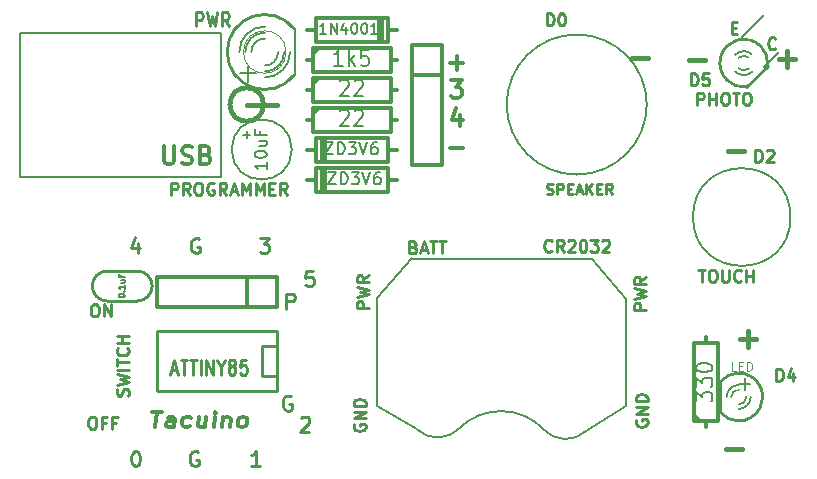
<source format=gto>
G04 (created by PCBNEW (2013-07-07 BZR 4022)-stable) date 2/1/2015 8:32:49 PM*
%MOIN*%
G04 Gerber Fmt 3.4, Leading zero omitted, Abs format*
%FSLAX34Y34*%
G01*
G70*
G90*
G04 APERTURE LIST*
%ADD10C,0.00590551*%
%ADD11C,0.01*%
%ADD12C,0.011811*%
%ADD13C,0.0175*%
%ADD14C,0.00787402*%
%ADD15C,0.012*%
%ADD16C,0.008*%
%ADD17C,0.005*%
%ADD18C,0.006*%
%ADD19C,0.015*%
%ADD20C,0.003*%
%ADD21C,0.00875*%
%ADD22C,0.007*%
%ADD23C,0.0075*%
%ADD24C,0.0035*%
G04 APERTURE END LIST*
G54D10*
G54D11*
X43542Y-53450D02*
X43561Y-53392D01*
X43561Y-53297D01*
X43542Y-53259D01*
X43523Y-53240D01*
X43485Y-53221D01*
X43447Y-53221D01*
X43409Y-53240D01*
X43390Y-53259D01*
X43371Y-53297D01*
X43352Y-53373D01*
X43333Y-53411D01*
X43314Y-53430D01*
X43276Y-53450D01*
X43238Y-53450D01*
X43200Y-53430D01*
X43180Y-53411D01*
X43161Y-53373D01*
X43161Y-53278D01*
X43180Y-53221D01*
X43161Y-53088D02*
X43561Y-52992D01*
X43276Y-52916D01*
X43561Y-52840D01*
X43161Y-52745D01*
X43561Y-52592D02*
X43161Y-52592D01*
X43161Y-52459D02*
X43161Y-52230D01*
X43561Y-52345D02*
X43161Y-52345D01*
X43523Y-51869D02*
X43542Y-51888D01*
X43561Y-51945D01*
X43561Y-51983D01*
X43542Y-52040D01*
X43504Y-52078D01*
X43466Y-52097D01*
X43390Y-52116D01*
X43333Y-52116D01*
X43257Y-52097D01*
X43219Y-52078D01*
X43180Y-52040D01*
X43161Y-51983D01*
X43161Y-51945D01*
X43180Y-51888D01*
X43200Y-51869D01*
X43561Y-51697D02*
X43161Y-51697D01*
X43352Y-51697D02*
X43352Y-51469D01*
X43561Y-51469D02*
X43161Y-51469D01*
X42319Y-54161D02*
X42395Y-54161D01*
X42433Y-54180D01*
X42471Y-54219D01*
X42490Y-54295D01*
X42490Y-54428D01*
X42471Y-54504D01*
X42433Y-54542D01*
X42395Y-54561D01*
X42319Y-54561D01*
X42280Y-54542D01*
X42242Y-54504D01*
X42223Y-54428D01*
X42223Y-54295D01*
X42242Y-54219D01*
X42280Y-54180D01*
X42319Y-54161D01*
X42795Y-54352D02*
X42661Y-54352D01*
X42661Y-54561D02*
X42661Y-54161D01*
X42852Y-54161D01*
X43138Y-54352D02*
X43004Y-54352D01*
X43004Y-54561D02*
X43004Y-54161D01*
X43195Y-54161D01*
G54D12*
X44350Y-54002D02*
X44687Y-54002D01*
X44456Y-54502D02*
X44519Y-54002D01*
X45075Y-54502D02*
X45108Y-54240D01*
X45085Y-54192D01*
X45032Y-54169D01*
X44920Y-54169D01*
X44860Y-54192D01*
X45078Y-54478D02*
X45019Y-54502D01*
X44878Y-54502D01*
X44825Y-54478D01*
X44803Y-54430D01*
X44809Y-54383D01*
X44843Y-54335D01*
X44902Y-54311D01*
X45042Y-54311D01*
X45102Y-54288D01*
X45612Y-54478D02*
X45553Y-54502D01*
X45440Y-54502D01*
X45387Y-54478D01*
X45362Y-54454D01*
X45340Y-54407D01*
X45358Y-54264D01*
X45392Y-54216D01*
X45423Y-54192D01*
X45482Y-54169D01*
X45595Y-54169D01*
X45648Y-54192D01*
X46157Y-54169D02*
X46115Y-54502D01*
X45904Y-54169D02*
X45871Y-54430D01*
X45893Y-54478D01*
X45947Y-54502D01*
X46031Y-54502D01*
X46090Y-54478D01*
X46121Y-54454D01*
X46397Y-54502D02*
X46438Y-54169D01*
X46459Y-54002D02*
X46428Y-54026D01*
X46453Y-54050D01*
X46484Y-54026D01*
X46459Y-54002D01*
X46453Y-54050D01*
X46719Y-54169D02*
X46678Y-54502D01*
X46714Y-54216D02*
X46745Y-54192D01*
X46804Y-54169D01*
X46888Y-54169D01*
X46941Y-54192D01*
X46964Y-54240D01*
X46931Y-54502D01*
X47296Y-54502D02*
X47243Y-54478D01*
X47218Y-54454D01*
X47196Y-54407D01*
X47214Y-54264D01*
X47248Y-54216D01*
X47279Y-54192D01*
X47338Y-54169D01*
X47423Y-54169D01*
X47476Y-54192D01*
X47501Y-54216D01*
X47523Y-54264D01*
X47505Y-54407D01*
X47471Y-54454D01*
X47440Y-54478D01*
X47381Y-54502D01*
X47296Y-54502D01*
G54D13*
X64066Y-45316D02*
X63533Y-45316D01*
X60866Y-42216D02*
X60333Y-42216D01*
G54D11*
X57661Y-48623D02*
X57642Y-48642D01*
X57585Y-48661D01*
X57547Y-48661D01*
X57490Y-48642D01*
X57452Y-48604D01*
X57433Y-48566D01*
X57414Y-48490D01*
X57414Y-48433D01*
X57433Y-48357D01*
X57452Y-48319D01*
X57490Y-48280D01*
X57547Y-48261D01*
X57585Y-48261D01*
X57642Y-48280D01*
X57661Y-48300D01*
X58061Y-48661D02*
X57928Y-48471D01*
X57833Y-48661D02*
X57833Y-48261D01*
X57985Y-48261D01*
X58023Y-48280D01*
X58042Y-48300D01*
X58061Y-48338D01*
X58061Y-48395D01*
X58042Y-48433D01*
X58023Y-48452D01*
X57985Y-48471D01*
X57833Y-48471D01*
X58214Y-48300D02*
X58233Y-48280D01*
X58271Y-48261D01*
X58366Y-48261D01*
X58404Y-48280D01*
X58423Y-48300D01*
X58442Y-48338D01*
X58442Y-48376D01*
X58423Y-48433D01*
X58195Y-48661D01*
X58442Y-48661D01*
X58690Y-48261D02*
X58728Y-48261D01*
X58766Y-48280D01*
X58785Y-48300D01*
X58804Y-48338D01*
X58823Y-48414D01*
X58823Y-48509D01*
X58804Y-48585D01*
X58785Y-48623D01*
X58766Y-48642D01*
X58728Y-48661D01*
X58690Y-48661D01*
X58652Y-48642D01*
X58633Y-48623D01*
X58614Y-48585D01*
X58595Y-48509D01*
X58595Y-48414D01*
X58614Y-48338D01*
X58633Y-48300D01*
X58652Y-48280D01*
X58690Y-48261D01*
X58957Y-48261D02*
X59204Y-48261D01*
X59071Y-48414D01*
X59128Y-48414D01*
X59166Y-48433D01*
X59185Y-48452D01*
X59204Y-48490D01*
X59204Y-48585D01*
X59185Y-48623D01*
X59166Y-48642D01*
X59128Y-48661D01*
X59014Y-48661D01*
X58976Y-48642D01*
X58957Y-48623D01*
X59357Y-48300D02*
X59376Y-48280D01*
X59414Y-48261D01*
X59509Y-48261D01*
X59547Y-48280D01*
X59566Y-48300D01*
X59585Y-48338D01*
X59585Y-48376D01*
X59566Y-48433D01*
X59338Y-48661D01*
X59585Y-48661D01*
G54D13*
X65766Y-42233D02*
X65233Y-42233D01*
X65499Y-41966D02*
X65499Y-42500D01*
X62766Y-42266D02*
X62233Y-42266D01*
G54D11*
X65154Y-52961D02*
X65154Y-52561D01*
X65250Y-52561D01*
X65307Y-52580D01*
X65345Y-52619D01*
X65364Y-52657D01*
X65383Y-52733D01*
X65383Y-52790D01*
X65364Y-52866D01*
X65345Y-52904D01*
X65307Y-52942D01*
X65250Y-52961D01*
X65154Y-52961D01*
X65726Y-52695D02*
X65726Y-52961D01*
X65630Y-52542D02*
X65535Y-52828D01*
X65783Y-52828D01*
X64454Y-45661D02*
X64454Y-45261D01*
X64550Y-45261D01*
X64607Y-45280D01*
X64645Y-45319D01*
X64664Y-45357D01*
X64683Y-45433D01*
X64683Y-45490D01*
X64664Y-45566D01*
X64645Y-45604D01*
X64607Y-45642D01*
X64550Y-45661D01*
X64454Y-45661D01*
X64835Y-45300D02*
X64854Y-45280D01*
X64892Y-45261D01*
X64988Y-45261D01*
X65026Y-45280D01*
X65045Y-45300D01*
X65064Y-45338D01*
X65064Y-45376D01*
X65045Y-45433D01*
X64816Y-45661D01*
X65064Y-45661D01*
X62304Y-43111D02*
X62304Y-42711D01*
X62400Y-42711D01*
X62457Y-42730D01*
X62495Y-42769D01*
X62514Y-42807D01*
X62533Y-42883D01*
X62533Y-42940D01*
X62514Y-43016D01*
X62495Y-43054D01*
X62457Y-43092D01*
X62400Y-43111D01*
X62304Y-43111D01*
X62895Y-42711D02*
X62704Y-42711D01*
X62685Y-42902D01*
X62704Y-42883D01*
X62742Y-42864D01*
X62838Y-42864D01*
X62876Y-42883D01*
X62895Y-42902D01*
X62914Y-42940D01*
X62914Y-43035D01*
X62895Y-43073D01*
X62876Y-43092D01*
X62838Y-43111D01*
X62742Y-43111D01*
X62704Y-43092D01*
X62685Y-43073D01*
X57504Y-41111D02*
X57504Y-40711D01*
X57600Y-40711D01*
X57657Y-40730D01*
X57695Y-40769D01*
X57714Y-40807D01*
X57733Y-40883D01*
X57733Y-40940D01*
X57714Y-41016D01*
X57695Y-41054D01*
X57657Y-41092D01*
X57600Y-41111D01*
X57504Y-41111D01*
X57980Y-40711D02*
X58019Y-40711D01*
X58057Y-40730D01*
X58076Y-40750D01*
X58095Y-40788D01*
X58114Y-40864D01*
X58114Y-40959D01*
X58095Y-41035D01*
X58076Y-41073D01*
X58057Y-41092D01*
X58019Y-41111D01*
X57980Y-41111D01*
X57942Y-41092D01*
X57923Y-41073D01*
X57904Y-41035D01*
X57885Y-40959D01*
X57885Y-40864D01*
X57904Y-40788D01*
X57923Y-40750D01*
X57942Y-40730D01*
X57980Y-40711D01*
X45809Y-41134D02*
X45809Y-40679D01*
X45963Y-40679D01*
X46002Y-40700D01*
X46021Y-40722D01*
X46041Y-40765D01*
X46041Y-40830D01*
X46021Y-40874D01*
X46002Y-40895D01*
X45963Y-40917D01*
X45809Y-40917D01*
X46176Y-40679D02*
X46272Y-41134D01*
X46350Y-40809D01*
X46427Y-41134D01*
X46523Y-40679D01*
X46909Y-41134D02*
X46774Y-40917D01*
X46678Y-41134D02*
X46678Y-40679D01*
X46832Y-40679D01*
X46871Y-40700D01*
X46890Y-40722D01*
X46909Y-40765D01*
X46909Y-40830D01*
X46890Y-40874D01*
X46871Y-40895D01*
X46832Y-40917D01*
X46678Y-40917D01*
X53052Y-48502D02*
X53109Y-48521D01*
X53128Y-48540D01*
X53147Y-48578D01*
X53147Y-48635D01*
X53128Y-48673D01*
X53109Y-48692D01*
X53071Y-48711D01*
X52919Y-48711D01*
X52919Y-48311D01*
X53052Y-48311D01*
X53090Y-48330D01*
X53109Y-48350D01*
X53128Y-48388D01*
X53128Y-48426D01*
X53109Y-48464D01*
X53090Y-48483D01*
X53052Y-48502D01*
X52919Y-48502D01*
X53300Y-48597D02*
X53490Y-48597D01*
X53261Y-48711D02*
X53395Y-48311D01*
X53528Y-48711D01*
X53604Y-48311D02*
X53833Y-48311D01*
X53719Y-48711D02*
X53719Y-48311D01*
X53909Y-48311D02*
X54138Y-48311D01*
X54023Y-48711D02*
X54023Y-48311D01*
X62514Y-43761D02*
X62514Y-43361D01*
X62666Y-43361D01*
X62704Y-43380D01*
X62723Y-43400D01*
X62742Y-43438D01*
X62742Y-43495D01*
X62723Y-43533D01*
X62704Y-43552D01*
X62666Y-43571D01*
X62514Y-43571D01*
X62914Y-43761D02*
X62914Y-43361D01*
X62914Y-43552D02*
X63142Y-43552D01*
X63142Y-43761D02*
X63142Y-43361D01*
X63409Y-43361D02*
X63485Y-43361D01*
X63523Y-43380D01*
X63561Y-43419D01*
X63580Y-43495D01*
X63580Y-43628D01*
X63561Y-43704D01*
X63523Y-43742D01*
X63485Y-43761D01*
X63409Y-43761D01*
X63371Y-43742D01*
X63333Y-43704D01*
X63314Y-43628D01*
X63314Y-43495D01*
X63333Y-43419D01*
X63371Y-43380D01*
X63409Y-43361D01*
X63695Y-43361D02*
X63923Y-43361D01*
X63809Y-43761D02*
X63809Y-43361D01*
X64133Y-43361D02*
X64209Y-43361D01*
X64247Y-43380D01*
X64285Y-43419D01*
X64304Y-43495D01*
X64304Y-43628D01*
X64285Y-43704D01*
X64247Y-43742D01*
X64209Y-43761D01*
X64133Y-43761D01*
X64095Y-43742D01*
X64057Y-43704D01*
X64038Y-43628D01*
X64038Y-43495D01*
X64057Y-43419D01*
X64095Y-43380D01*
X64133Y-43361D01*
G54D14*
X64750Y-42500D02*
X65250Y-42000D01*
X64000Y-41500D02*
X64750Y-40750D01*
G54D13*
X64016Y-55233D02*
X63483Y-55233D01*
X64466Y-51566D02*
X63933Y-51566D01*
X64199Y-51833D02*
X64199Y-51300D01*
G54D11*
X44976Y-46761D02*
X44976Y-46361D01*
X45128Y-46361D01*
X45166Y-46380D01*
X45185Y-46400D01*
X45204Y-46438D01*
X45204Y-46495D01*
X45185Y-46533D01*
X45166Y-46552D01*
X45128Y-46571D01*
X44976Y-46571D01*
X45604Y-46761D02*
X45471Y-46571D01*
X45376Y-46761D02*
X45376Y-46361D01*
X45528Y-46361D01*
X45566Y-46380D01*
X45585Y-46400D01*
X45604Y-46438D01*
X45604Y-46495D01*
X45585Y-46533D01*
X45566Y-46552D01*
X45528Y-46571D01*
X45376Y-46571D01*
X45852Y-46361D02*
X45928Y-46361D01*
X45966Y-46380D01*
X46004Y-46419D01*
X46023Y-46495D01*
X46023Y-46628D01*
X46004Y-46704D01*
X45966Y-46742D01*
X45928Y-46761D01*
X45852Y-46761D01*
X45814Y-46742D01*
X45776Y-46704D01*
X45757Y-46628D01*
X45757Y-46495D01*
X45776Y-46419D01*
X45814Y-46380D01*
X45852Y-46361D01*
X46404Y-46380D02*
X46366Y-46361D01*
X46309Y-46361D01*
X46252Y-46380D01*
X46214Y-46419D01*
X46195Y-46457D01*
X46176Y-46533D01*
X46176Y-46590D01*
X46195Y-46666D01*
X46214Y-46704D01*
X46252Y-46742D01*
X46309Y-46761D01*
X46347Y-46761D01*
X46404Y-46742D01*
X46423Y-46723D01*
X46423Y-46590D01*
X46347Y-46590D01*
X46823Y-46761D02*
X46690Y-46571D01*
X46595Y-46761D02*
X46595Y-46361D01*
X46747Y-46361D01*
X46785Y-46380D01*
X46804Y-46400D01*
X46823Y-46438D01*
X46823Y-46495D01*
X46804Y-46533D01*
X46785Y-46552D01*
X46747Y-46571D01*
X46595Y-46571D01*
X46976Y-46647D02*
X47166Y-46647D01*
X46938Y-46761D02*
X47071Y-46361D01*
X47204Y-46761D01*
X47338Y-46761D02*
X47338Y-46361D01*
X47471Y-46647D01*
X47604Y-46361D01*
X47604Y-46761D01*
X47795Y-46761D02*
X47795Y-46361D01*
X47928Y-46647D01*
X48061Y-46361D01*
X48061Y-46761D01*
X48252Y-46552D02*
X48385Y-46552D01*
X48442Y-46761D02*
X48252Y-46761D01*
X48252Y-46361D01*
X48442Y-46361D01*
X48842Y-46761D02*
X48709Y-46571D01*
X48614Y-46761D02*
X48614Y-46361D01*
X48766Y-46361D01*
X48804Y-46380D01*
X48823Y-46400D01*
X48842Y-46438D01*
X48842Y-46495D01*
X48823Y-46533D01*
X48804Y-46552D01*
X48766Y-46571D01*
X48614Y-46571D01*
G54D12*
X54275Y-42364D02*
X54724Y-42364D01*
X54500Y-42589D02*
X54500Y-42139D01*
X54303Y-42943D02*
X54668Y-42943D01*
X54471Y-43168D01*
X54556Y-43168D01*
X54612Y-43196D01*
X54640Y-43224D01*
X54668Y-43280D01*
X54668Y-43421D01*
X54640Y-43477D01*
X54612Y-43505D01*
X54556Y-43533D01*
X54387Y-43533D01*
X54331Y-43505D01*
X54303Y-43477D01*
X54612Y-44085D02*
X54612Y-44478D01*
X54471Y-43860D02*
X54331Y-44281D01*
X54696Y-44281D01*
X54275Y-45198D02*
X54724Y-45198D01*
G54D11*
X63664Y-41202D02*
X63797Y-41202D01*
X63854Y-41411D02*
X63664Y-41411D01*
X63664Y-41011D01*
X63854Y-41011D01*
X65123Y-41873D02*
X65104Y-41892D01*
X65047Y-41911D01*
X65009Y-41911D01*
X64952Y-41892D01*
X64914Y-41854D01*
X64895Y-41816D01*
X64876Y-41740D01*
X64876Y-41683D01*
X64895Y-41607D01*
X64914Y-41569D01*
X64952Y-41530D01*
X65009Y-41511D01*
X65047Y-41511D01*
X65104Y-41530D01*
X65123Y-41550D01*
G54D15*
X52500Y-41250D02*
X52200Y-41250D01*
X52200Y-41250D02*
X52200Y-40850D01*
X52200Y-40850D02*
X49800Y-40850D01*
X49800Y-40850D02*
X49800Y-41250D01*
X49800Y-41250D02*
X49500Y-41250D01*
X49800Y-41250D02*
X49800Y-41650D01*
X49800Y-41650D02*
X52200Y-41650D01*
X52200Y-41650D02*
X52200Y-41250D01*
X52000Y-40850D02*
X52000Y-41650D01*
X51900Y-41650D02*
X51900Y-40850D01*
X48500Y-50500D02*
X48500Y-50500D01*
X48500Y-49500D02*
X48500Y-50500D01*
X48500Y-50500D02*
X48500Y-50500D01*
X48500Y-50500D02*
X44500Y-50500D01*
X44500Y-50500D02*
X44500Y-49500D01*
X44500Y-49500D02*
X48500Y-49500D01*
X47500Y-49500D02*
X47500Y-50500D01*
X54000Y-41750D02*
X54000Y-41750D01*
X53000Y-41750D02*
X54000Y-41750D01*
X54000Y-41750D02*
X54000Y-41750D01*
X54000Y-41750D02*
X54000Y-45750D01*
X54000Y-45750D02*
X53000Y-45750D01*
X53000Y-45750D02*
X53000Y-41750D01*
X53000Y-42750D02*
X54000Y-42750D01*
G54D11*
X42850Y-49300D02*
X43850Y-49300D01*
X42850Y-50300D02*
X43850Y-50300D01*
X42350Y-49800D02*
G75*
G03X42850Y-50300I500J0D01*
G74*
G01*
X42850Y-49300D02*
G75*
G03X42350Y-49800I0J-500D01*
G74*
G01*
X43850Y-50300D02*
G75*
G03X44350Y-49800I0J500D01*
G74*
G01*
X44350Y-49800D02*
G75*
G03X43850Y-49300I-500J0D01*
G74*
G01*
G54D16*
X65627Y-47500D02*
G75*
G03X65627Y-47500I-1627J0D01*
G74*
G01*
G54D10*
X60834Y-43750D02*
G75*
G03X60834Y-43750I-2334J0D01*
G74*
G01*
G54D17*
X39950Y-41350D02*
X39950Y-46150D01*
X39950Y-46150D02*
X46650Y-46150D01*
X46650Y-46150D02*
X46650Y-41350D01*
X46650Y-41350D02*
X39950Y-41350D01*
G54D11*
X48500Y-52800D02*
X48000Y-52800D01*
X48000Y-52800D02*
X48000Y-51800D01*
X48000Y-51800D02*
X48500Y-51800D01*
X48500Y-53300D02*
X44500Y-53300D01*
X44500Y-53300D02*
X44500Y-51300D01*
X44500Y-51300D02*
X48500Y-51300D01*
X48500Y-51300D02*
X48500Y-53300D01*
G54D15*
X49500Y-46250D02*
X49800Y-46250D01*
X49800Y-46250D02*
X49800Y-46650D01*
X49800Y-46650D02*
X52200Y-46650D01*
X52200Y-46650D02*
X52200Y-46250D01*
X52200Y-46250D02*
X52500Y-46250D01*
X52200Y-46250D02*
X52200Y-45850D01*
X52200Y-45850D02*
X49800Y-45850D01*
X49800Y-45850D02*
X49800Y-46250D01*
X50000Y-46650D02*
X50000Y-45850D01*
X50100Y-45850D02*
X50100Y-46650D01*
X49500Y-42250D02*
X49700Y-42250D01*
X52500Y-42250D02*
X52300Y-42250D01*
X52300Y-42250D02*
X52300Y-41850D01*
X52300Y-41850D02*
X49700Y-41850D01*
X49700Y-41850D02*
X49700Y-42650D01*
X49700Y-42650D02*
X52300Y-42650D01*
X52300Y-42650D02*
X52300Y-42250D01*
X49700Y-42050D02*
X49900Y-41850D01*
X49500Y-44250D02*
X49700Y-44250D01*
X52500Y-44250D02*
X52300Y-44250D01*
X52300Y-44250D02*
X52300Y-43850D01*
X52300Y-43850D02*
X49700Y-43850D01*
X49700Y-43850D02*
X49700Y-44650D01*
X49700Y-44650D02*
X52300Y-44650D01*
X52300Y-44650D02*
X52300Y-44250D01*
X49700Y-44050D02*
X49900Y-43850D01*
X49500Y-43250D02*
X49700Y-43250D01*
X52500Y-43250D02*
X52300Y-43250D01*
X52300Y-43250D02*
X52300Y-42850D01*
X52300Y-42850D02*
X49700Y-42850D01*
X49700Y-42850D02*
X49700Y-43650D01*
X49700Y-43650D02*
X52300Y-43650D01*
X52300Y-43650D02*
X52300Y-43250D01*
X49700Y-43050D02*
X49900Y-42850D01*
X62800Y-54500D02*
X62800Y-54300D01*
X62800Y-51500D02*
X62800Y-51700D01*
X62800Y-51700D02*
X62400Y-51700D01*
X62400Y-51700D02*
X62400Y-54300D01*
X62400Y-54300D02*
X63200Y-54300D01*
X63200Y-54300D02*
X63200Y-51700D01*
X63200Y-51700D02*
X62800Y-51700D01*
X62600Y-54300D02*
X62400Y-54100D01*
G54D17*
X49001Y-45250D02*
G75*
G03X49001Y-45250I-1001J0D01*
G74*
G01*
G54D10*
X53175Y-54575D02*
X51850Y-53800D01*
X58825Y-54625D02*
X60150Y-53800D01*
X53165Y-54575D02*
G75*
G03X54615Y-54524I699J750D01*
G74*
G01*
X57379Y-54574D02*
G75*
G03X58829Y-54625I750J699D01*
G74*
G01*
X57399Y-54574D02*
G75*
G03X54599Y-54525I-1424J-1375D01*
G74*
G01*
X59000Y-48900D02*
X60150Y-50225D01*
X51850Y-50200D02*
X53025Y-48875D01*
X53000Y-48900D02*
X59000Y-48900D01*
X51850Y-53800D02*
X51850Y-50200D01*
X60150Y-53800D02*
X60150Y-50200D01*
G54D11*
X64155Y-43162D02*
X64862Y-42455D01*
G54D18*
X64247Y-42193D02*
G75*
G03X63893Y-42193I-176J-176D01*
G74*
G01*
X64353Y-42087D02*
G75*
G03X63787Y-42087I-282J-282D01*
G74*
G01*
X63893Y-42547D02*
G75*
G03X64247Y-42547I176J176D01*
G74*
G01*
X63787Y-42653D02*
G75*
G03X64353Y-42653I282J282D01*
G74*
G01*
G54D11*
X64867Y-42441D02*
G75*
G03X64636Y-41805I-796J71D01*
G74*
G01*
X64635Y-41805D02*
G75*
G03X63838Y-41606I-564J-564D01*
G74*
G01*
X63506Y-42936D02*
G75*
G03X64137Y-43166I563J565D01*
G74*
G01*
X63298Y-42160D02*
G75*
G03X63505Y-42936I772J-209D01*
G74*
G01*
X63840Y-41604D02*
G75*
G03X63505Y-41805I229J-766D01*
G74*
G01*
X63505Y-41805D02*
G75*
G03X63292Y-42185I565J-565D01*
G74*
G01*
G54D15*
X49500Y-45250D02*
X49800Y-45250D01*
X49800Y-45250D02*
X49800Y-45650D01*
X49800Y-45650D02*
X52200Y-45650D01*
X52200Y-45650D02*
X52200Y-45250D01*
X52200Y-45250D02*
X52500Y-45250D01*
X52200Y-45250D02*
X52200Y-44850D01*
X52200Y-44850D02*
X49800Y-44850D01*
X49800Y-44850D02*
X49800Y-45250D01*
X50000Y-45650D02*
X50000Y-44850D01*
X50100Y-44850D02*
X50100Y-45650D01*
G54D19*
X47500Y-43750D02*
X48500Y-43750D01*
X48059Y-43750D02*
G75*
G03X48059Y-43750I-559J0D01*
G74*
G01*
G54D16*
X49120Y-42750D02*
X49120Y-41250D01*
G54D20*
X48807Y-42000D02*
G75*
G03X48807Y-42000I-707J0D01*
G74*
G01*
G54D11*
X49099Y-41249D02*
G75*
G03X49099Y-42750I-999J-750D01*
G74*
G01*
G54D18*
X48100Y-41550D02*
G75*
G03X47650Y-42000I0J-450D01*
G74*
G01*
X48100Y-42450D02*
G75*
G03X48550Y-42000I0J450D01*
G74*
G01*
X48100Y-41350D02*
G75*
G03X47450Y-42000I0J-650D01*
G74*
G01*
X48100Y-42650D02*
G75*
G03X48750Y-42000I0J650D01*
G74*
G01*
X48100Y-41150D02*
G75*
G03X47250Y-42000I0J-850D01*
G74*
G01*
X48100Y-42850D02*
G75*
G03X48950Y-42000I0J850D01*
G74*
G01*
G54D11*
X63280Y-53000D02*
X63280Y-54000D01*
G54D18*
X63900Y-53750D02*
G75*
G03X64150Y-53500I0J250D01*
G74*
G01*
X63900Y-53900D02*
G75*
G03X64300Y-53500I0J400D01*
G74*
G01*
X63900Y-53250D02*
G75*
G03X63650Y-53500I0J-250D01*
G74*
G01*
X63900Y-53100D02*
G75*
G03X63500Y-53500I0J-400D01*
G74*
G01*
G54D11*
X63286Y-54013D02*
G75*
G03X63900Y-54300I613J513D01*
G74*
G01*
X63900Y-54299D02*
G75*
G03X64604Y-53876I0J799D01*
G74*
G01*
X63898Y-52701D02*
G75*
G03X63289Y-52984I1J-798D01*
G74*
G01*
X64594Y-53102D02*
G75*
G03X63900Y-52700I-694J-397D01*
G74*
G01*
X64604Y-53879D02*
G75*
G03X64700Y-53500I-704J379D01*
G74*
G01*
X64699Y-53500D02*
G75*
G03X64581Y-53081I-799J0D01*
G74*
G01*
G54D16*
X50149Y-41391D02*
X49949Y-41391D01*
X50049Y-41391D02*
X50049Y-41041D01*
X50016Y-41091D01*
X49983Y-41125D01*
X49949Y-41141D01*
X50300Y-41391D02*
X50300Y-41041D01*
X50500Y-41391D01*
X50500Y-41041D01*
X50816Y-41158D02*
X50816Y-41391D01*
X50733Y-41025D02*
X50649Y-41275D01*
X50866Y-41275D01*
X51066Y-41041D02*
X51100Y-41041D01*
X51133Y-41058D01*
X51150Y-41075D01*
X51166Y-41108D01*
X51183Y-41175D01*
X51183Y-41258D01*
X51166Y-41325D01*
X51150Y-41358D01*
X51133Y-41375D01*
X51100Y-41391D01*
X51066Y-41391D01*
X51033Y-41375D01*
X51016Y-41358D01*
X51000Y-41325D01*
X50983Y-41258D01*
X50983Y-41175D01*
X51000Y-41108D01*
X51016Y-41075D01*
X51033Y-41058D01*
X51066Y-41041D01*
X51400Y-41041D02*
X51433Y-41041D01*
X51466Y-41058D01*
X51483Y-41075D01*
X51500Y-41108D01*
X51516Y-41175D01*
X51516Y-41258D01*
X51500Y-41325D01*
X51483Y-41358D01*
X51466Y-41375D01*
X51433Y-41391D01*
X51400Y-41391D01*
X51366Y-41375D01*
X51350Y-41358D01*
X51333Y-41325D01*
X51316Y-41258D01*
X51316Y-41175D01*
X51333Y-41108D01*
X51350Y-41075D01*
X51366Y-41058D01*
X51400Y-41041D01*
X51850Y-41391D02*
X51650Y-41391D01*
X51750Y-41391D02*
X51750Y-41041D01*
X51716Y-41091D01*
X51683Y-41125D01*
X51650Y-41141D01*
G54D11*
X42402Y-50411D02*
X42478Y-50411D01*
X42516Y-50430D01*
X42554Y-50469D01*
X42573Y-50545D01*
X42573Y-50678D01*
X42554Y-50754D01*
X42516Y-50792D01*
X42478Y-50811D01*
X42402Y-50811D01*
X42364Y-50792D01*
X42326Y-50754D01*
X42307Y-50678D01*
X42307Y-50545D01*
X42326Y-50469D01*
X42364Y-50430D01*
X42402Y-50411D01*
X42745Y-50811D02*
X42745Y-50411D01*
X42973Y-50811D01*
X42973Y-50411D01*
G54D17*
X43230Y-50128D02*
X43230Y-50109D01*
X43240Y-50090D01*
X43250Y-50080D01*
X43269Y-50071D01*
X43307Y-50061D01*
X43354Y-50061D01*
X43392Y-50071D01*
X43411Y-50080D01*
X43421Y-50090D01*
X43430Y-50109D01*
X43430Y-50128D01*
X43421Y-50147D01*
X43411Y-50157D01*
X43392Y-50166D01*
X43354Y-50176D01*
X43307Y-50176D01*
X43269Y-50166D01*
X43250Y-50157D01*
X43240Y-50147D01*
X43230Y-50128D01*
X43411Y-49976D02*
X43421Y-49966D01*
X43430Y-49976D01*
X43421Y-49985D01*
X43411Y-49976D01*
X43430Y-49976D01*
X43430Y-49776D02*
X43430Y-49890D01*
X43430Y-49833D02*
X43230Y-49833D01*
X43259Y-49852D01*
X43278Y-49871D01*
X43288Y-49890D01*
X43297Y-49604D02*
X43430Y-49604D01*
X43297Y-49690D02*
X43402Y-49690D01*
X43421Y-49680D01*
X43430Y-49661D01*
X43430Y-49633D01*
X43421Y-49614D01*
X43411Y-49604D01*
X43326Y-49442D02*
X43326Y-49509D01*
X43430Y-49509D02*
X43230Y-49509D01*
X43230Y-49414D01*
G54D11*
X62557Y-49261D02*
X62785Y-49261D01*
X62671Y-49661D02*
X62671Y-49261D01*
X62995Y-49261D02*
X63071Y-49261D01*
X63109Y-49280D01*
X63147Y-49319D01*
X63166Y-49395D01*
X63166Y-49528D01*
X63147Y-49604D01*
X63109Y-49642D01*
X63071Y-49661D01*
X62995Y-49661D01*
X62957Y-49642D01*
X62919Y-49604D01*
X62900Y-49528D01*
X62900Y-49395D01*
X62919Y-49319D01*
X62957Y-49280D01*
X62995Y-49261D01*
X63338Y-49261D02*
X63338Y-49585D01*
X63357Y-49623D01*
X63376Y-49642D01*
X63414Y-49661D01*
X63490Y-49661D01*
X63528Y-49642D01*
X63547Y-49623D01*
X63566Y-49585D01*
X63566Y-49261D01*
X63985Y-49623D02*
X63966Y-49642D01*
X63909Y-49661D01*
X63871Y-49661D01*
X63814Y-49642D01*
X63776Y-49604D01*
X63757Y-49566D01*
X63738Y-49490D01*
X63738Y-49433D01*
X63757Y-49357D01*
X63776Y-49319D01*
X63814Y-49280D01*
X63871Y-49261D01*
X63909Y-49261D01*
X63966Y-49280D01*
X63985Y-49300D01*
X64157Y-49661D02*
X64157Y-49261D01*
X64157Y-49452D02*
X64385Y-49452D01*
X64385Y-49661D02*
X64385Y-49261D01*
G54D21*
X57508Y-46725D02*
X57558Y-46741D01*
X57641Y-46741D01*
X57675Y-46725D01*
X57691Y-46708D01*
X57708Y-46675D01*
X57708Y-46641D01*
X57691Y-46608D01*
X57675Y-46591D01*
X57641Y-46575D01*
X57575Y-46558D01*
X57541Y-46541D01*
X57525Y-46525D01*
X57508Y-46491D01*
X57508Y-46458D01*
X57525Y-46425D01*
X57541Y-46408D01*
X57575Y-46391D01*
X57658Y-46391D01*
X57708Y-46408D01*
X57858Y-46741D02*
X57858Y-46391D01*
X57991Y-46391D01*
X58025Y-46408D01*
X58041Y-46425D01*
X58058Y-46458D01*
X58058Y-46508D01*
X58041Y-46541D01*
X58025Y-46558D01*
X57991Y-46575D01*
X57858Y-46575D01*
X58208Y-46558D02*
X58325Y-46558D01*
X58375Y-46741D02*
X58208Y-46741D01*
X58208Y-46391D01*
X58375Y-46391D01*
X58508Y-46641D02*
X58675Y-46641D01*
X58475Y-46741D02*
X58591Y-46391D01*
X58708Y-46741D01*
X58825Y-46741D02*
X58825Y-46391D01*
X59025Y-46741D02*
X58875Y-46541D01*
X59025Y-46391D02*
X58825Y-46591D01*
X59175Y-46558D02*
X59291Y-46558D01*
X59341Y-46741D02*
X59175Y-46741D01*
X59175Y-46391D01*
X59341Y-46391D01*
X59691Y-46741D02*
X59575Y-46575D01*
X59491Y-46741D02*
X59491Y-46391D01*
X59625Y-46391D01*
X59658Y-46408D01*
X59675Y-46425D01*
X59691Y-46458D01*
X59691Y-46508D01*
X59675Y-46541D01*
X59658Y-46558D01*
X59625Y-46575D01*
X59491Y-46575D01*
G54D15*
X44742Y-45142D02*
X44742Y-45628D01*
X44771Y-45685D01*
X44800Y-45714D01*
X44857Y-45742D01*
X44971Y-45742D01*
X45028Y-45714D01*
X45057Y-45685D01*
X45085Y-45628D01*
X45085Y-45142D01*
X45342Y-45714D02*
X45428Y-45742D01*
X45571Y-45742D01*
X45628Y-45714D01*
X45657Y-45685D01*
X45685Y-45628D01*
X45685Y-45571D01*
X45657Y-45514D01*
X45628Y-45485D01*
X45571Y-45457D01*
X45457Y-45428D01*
X45400Y-45400D01*
X45371Y-45371D01*
X45342Y-45314D01*
X45342Y-45257D01*
X45371Y-45200D01*
X45400Y-45171D01*
X45457Y-45142D01*
X45600Y-45142D01*
X45685Y-45171D01*
X46142Y-45428D02*
X46228Y-45457D01*
X46257Y-45485D01*
X46285Y-45542D01*
X46285Y-45628D01*
X46257Y-45685D01*
X46228Y-45714D01*
X46171Y-45742D01*
X45942Y-45742D01*
X45942Y-45142D01*
X46142Y-45142D01*
X46200Y-45171D01*
X46228Y-45200D01*
X46257Y-45257D01*
X46257Y-45314D01*
X46228Y-45371D01*
X46200Y-45400D01*
X46142Y-45428D01*
X45942Y-45428D01*
G54D11*
X44992Y-52609D02*
X45183Y-52609D01*
X44954Y-52752D02*
X45088Y-52252D01*
X45221Y-52752D01*
X45297Y-52252D02*
X45526Y-52252D01*
X45411Y-52752D02*
X45411Y-52252D01*
X45602Y-52252D02*
X45830Y-52252D01*
X45716Y-52752D02*
X45716Y-52252D01*
X45964Y-52752D02*
X45964Y-52252D01*
X46154Y-52752D02*
X46154Y-52252D01*
X46383Y-52752D01*
X46383Y-52252D01*
X46650Y-52514D02*
X46650Y-52752D01*
X46516Y-52252D02*
X46650Y-52514D01*
X46783Y-52252D01*
X46973Y-52466D02*
X46935Y-52442D01*
X46916Y-52419D01*
X46897Y-52371D01*
X46897Y-52347D01*
X46916Y-52300D01*
X46935Y-52276D01*
X46973Y-52252D01*
X47050Y-52252D01*
X47088Y-52276D01*
X47107Y-52300D01*
X47126Y-52347D01*
X47126Y-52371D01*
X47107Y-52419D01*
X47088Y-52442D01*
X47050Y-52466D01*
X46973Y-52466D01*
X46935Y-52490D01*
X46916Y-52514D01*
X46897Y-52561D01*
X46897Y-52657D01*
X46916Y-52704D01*
X46935Y-52728D01*
X46973Y-52752D01*
X47050Y-52752D01*
X47088Y-52728D01*
X47107Y-52704D01*
X47126Y-52657D01*
X47126Y-52561D01*
X47107Y-52514D01*
X47088Y-52490D01*
X47050Y-52466D01*
X47488Y-52252D02*
X47297Y-52252D01*
X47278Y-52490D01*
X47297Y-52466D01*
X47335Y-52442D01*
X47430Y-52442D01*
X47469Y-52466D01*
X47488Y-52490D01*
X47507Y-52538D01*
X47507Y-52657D01*
X47488Y-52704D01*
X47469Y-52728D01*
X47430Y-52752D01*
X47335Y-52752D01*
X47297Y-52728D01*
X47278Y-52704D01*
G54D16*
X50214Y-46011D02*
X50480Y-46011D01*
X50214Y-46411D01*
X50480Y-46411D01*
X50633Y-46411D02*
X50633Y-46011D01*
X50728Y-46011D01*
X50785Y-46030D01*
X50823Y-46069D01*
X50842Y-46107D01*
X50861Y-46183D01*
X50861Y-46240D01*
X50842Y-46316D01*
X50823Y-46354D01*
X50785Y-46392D01*
X50728Y-46411D01*
X50633Y-46411D01*
X50995Y-46011D02*
X51242Y-46011D01*
X51109Y-46164D01*
X51166Y-46164D01*
X51204Y-46183D01*
X51223Y-46202D01*
X51242Y-46240D01*
X51242Y-46335D01*
X51223Y-46373D01*
X51204Y-46392D01*
X51166Y-46411D01*
X51052Y-46411D01*
X51014Y-46392D01*
X50995Y-46373D01*
X51357Y-46011D02*
X51490Y-46411D01*
X51623Y-46011D01*
X51928Y-46011D02*
X51852Y-46011D01*
X51814Y-46030D01*
X51795Y-46050D01*
X51757Y-46107D01*
X51738Y-46183D01*
X51738Y-46335D01*
X51757Y-46373D01*
X51776Y-46392D01*
X51814Y-46411D01*
X51890Y-46411D01*
X51928Y-46392D01*
X51947Y-46373D01*
X51966Y-46335D01*
X51966Y-46240D01*
X51947Y-46202D01*
X51928Y-46183D01*
X51890Y-46164D01*
X51814Y-46164D01*
X51776Y-46183D01*
X51757Y-46202D01*
X51738Y-46240D01*
X50702Y-42472D02*
X50416Y-42472D01*
X50559Y-42472D02*
X50559Y-41922D01*
X50511Y-42001D01*
X50464Y-42053D01*
X50416Y-42079D01*
X50916Y-42472D02*
X50916Y-41922D01*
X50964Y-42263D02*
X51107Y-42472D01*
X51107Y-42105D02*
X50916Y-42315D01*
X51559Y-41922D02*
X51321Y-41922D01*
X51297Y-42184D01*
X51321Y-42158D01*
X51369Y-42132D01*
X51488Y-42132D01*
X51535Y-42158D01*
X51559Y-42184D01*
X51583Y-42236D01*
X51583Y-42367D01*
X51559Y-42420D01*
X51535Y-42446D01*
X51488Y-42472D01*
X51369Y-42472D01*
X51321Y-42446D01*
X51297Y-42420D01*
X50619Y-43975D02*
X50642Y-43948D01*
X50690Y-43922D01*
X50809Y-43922D01*
X50857Y-43948D01*
X50880Y-43975D01*
X50904Y-44027D01*
X50904Y-44079D01*
X50880Y-44158D01*
X50595Y-44472D01*
X50904Y-44472D01*
X51095Y-43975D02*
X51119Y-43948D01*
X51166Y-43922D01*
X51285Y-43922D01*
X51333Y-43948D01*
X51357Y-43975D01*
X51380Y-44027D01*
X51380Y-44079D01*
X51357Y-44158D01*
X51071Y-44472D01*
X51380Y-44472D01*
X50619Y-42975D02*
X50642Y-42948D01*
X50690Y-42922D01*
X50809Y-42922D01*
X50857Y-42948D01*
X50880Y-42975D01*
X50904Y-43027D01*
X50904Y-43079D01*
X50880Y-43158D01*
X50595Y-43472D01*
X50904Y-43472D01*
X51095Y-42975D02*
X51119Y-42948D01*
X51166Y-42922D01*
X51285Y-42922D01*
X51333Y-42948D01*
X51357Y-42975D01*
X51380Y-43027D01*
X51380Y-43079D01*
X51357Y-43158D01*
X51071Y-43472D01*
X51380Y-43472D01*
X62472Y-53642D02*
X62472Y-53333D01*
X62682Y-53500D01*
X62682Y-53428D01*
X62708Y-53380D01*
X62734Y-53357D01*
X62786Y-53333D01*
X62917Y-53333D01*
X62970Y-53357D01*
X62996Y-53380D01*
X63022Y-53428D01*
X63022Y-53571D01*
X62996Y-53619D01*
X62970Y-53642D01*
X62472Y-53166D02*
X62472Y-52857D01*
X62682Y-53023D01*
X62682Y-52952D01*
X62708Y-52904D01*
X62734Y-52880D01*
X62786Y-52857D01*
X62917Y-52857D01*
X62970Y-52880D01*
X62996Y-52904D01*
X63022Y-52952D01*
X63022Y-53095D01*
X62996Y-53142D01*
X62970Y-53166D01*
X62472Y-52547D02*
X62472Y-52500D01*
X62498Y-52452D01*
X62525Y-52428D01*
X62577Y-52404D01*
X62682Y-52380D01*
X62813Y-52380D01*
X62917Y-52404D01*
X62970Y-52428D01*
X62996Y-52452D01*
X63022Y-52500D01*
X63022Y-52547D01*
X62996Y-52595D01*
X62970Y-52619D01*
X62917Y-52642D01*
X62813Y-52666D01*
X62682Y-52666D01*
X62577Y-52642D01*
X62525Y-52619D01*
X62498Y-52595D01*
X62472Y-52547D01*
G54D22*
X48161Y-45678D02*
X48161Y-45907D01*
X48161Y-45792D02*
X47761Y-45792D01*
X47819Y-45830D01*
X47857Y-45869D01*
X47876Y-45907D01*
X47761Y-45430D02*
X47761Y-45392D01*
X47780Y-45354D01*
X47800Y-45335D01*
X47838Y-45316D01*
X47914Y-45297D01*
X48009Y-45297D01*
X48085Y-45316D01*
X48123Y-45335D01*
X48142Y-45354D01*
X48161Y-45392D01*
X48161Y-45430D01*
X48142Y-45469D01*
X48123Y-45488D01*
X48085Y-45507D01*
X48009Y-45526D01*
X47914Y-45526D01*
X47838Y-45507D01*
X47800Y-45488D01*
X47780Y-45469D01*
X47761Y-45430D01*
X47895Y-44954D02*
X48161Y-44954D01*
X47895Y-45126D02*
X48104Y-45126D01*
X48142Y-45107D01*
X48161Y-45069D01*
X48161Y-45011D01*
X48142Y-44973D01*
X48123Y-44954D01*
X47952Y-44630D02*
X47952Y-44764D01*
X48161Y-44764D02*
X47761Y-44764D01*
X47761Y-44573D01*
G54D23*
X47385Y-44757D02*
X47614Y-44757D01*
X47500Y-44871D02*
X47500Y-44642D01*
G54D16*
G54D11*
X48980Y-53476D02*
X48933Y-53452D01*
X48861Y-53452D01*
X48790Y-53476D01*
X48742Y-53523D01*
X48719Y-53571D01*
X48695Y-53666D01*
X48695Y-53738D01*
X48719Y-53833D01*
X48742Y-53880D01*
X48790Y-53928D01*
X48861Y-53952D01*
X48909Y-53952D01*
X48980Y-53928D01*
X49004Y-53904D01*
X49004Y-53738D01*
X48909Y-53738D01*
X49719Y-49302D02*
X49480Y-49302D01*
X49457Y-49540D01*
X49480Y-49516D01*
X49528Y-49492D01*
X49647Y-49492D01*
X49695Y-49516D01*
X49719Y-49540D01*
X49742Y-49588D01*
X49742Y-49707D01*
X49719Y-49754D01*
X49695Y-49778D01*
X49647Y-49802D01*
X49528Y-49802D01*
X49480Y-49778D01*
X49457Y-49754D01*
X47942Y-55802D02*
X47657Y-55802D01*
X47800Y-55802D02*
X47800Y-55302D01*
X47752Y-55373D01*
X47704Y-55421D01*
X47657Y-55445D01*
X43776Y-55302D02*
X43823Y-55302D01*
X43871Y-55326D01*
X43895Y-55350D01*
X43919Y-55397D01*
X43942Y-55492D01*
X43942Y-55611D01*
X43919Y-55707D01*
X43895Y-55754D01*
X43871Y-55778D01*
X43823Y-55802D01*
X43776Y-55802D01*
X43728Y-55778D01*
X43704Y-55754D01*
X43680Y-55707D01*
X43657Y-55611D01*
X43657Y-55492D01*
X43680Y-55397D01*
X43704Y-55350D01*
X43728Y-55326D01*
X43776Y-55302D01*
X49307Y-54200D02*
X49330Y-54176D01*
X49378Y-54152D01*
X49497Y-54152D01*
X49545Y-54176D01*
X49569Y-54200D01*
X49592Y-54247D01*
X49592Y-54295D01*
X49569Y-54366D01*
X49283Y-54652D01*
X49592Y-54652D01*
X51080Y-54404D02*
X51061Y-54442D01*
X51061Y-54500D01*
X51080Y-54557D01*
X51119Y-54595D01*
X51157Y-54614D01*
X51233Y-54633D01*
X51290Y-54633D01*
X51366Y-54614D01*
X51404Y-54595D01*
X51442Y-54557D01*
X51461Y-54500D01*
X51461Y-54461D01*
X51442Y-54404D01*
X51423Y-54385D01*
X51290Y-54385D01*
X51290Y-54461D01*
X51461Y-54214D02*
X51061Y-54214D01*
X51461Y-53985D01*
X51061Y-53985D01*
X51461Y-53795D02*
X51061Y-53795D01*
X51061Y-53699D01*
X51080Y-53642D01*
X51119Y-53604D01*
X51157Y-53585D01*
X51233Y-53566D01*
X51290Y-53566D01*
X51366Y-53585D01*
X51404Y-53604D01*
X51442Y-53642D01*
X51461Y-53699D01*
X51461Y-53795D01*
X60480Y-54254D02*
X60461Y-54292D01*
X60461Y-54350D01*
X60480Y-54407D01*
X60519Y-54445D01*
X60557Y-54464D01*
X60633Y-54483D01*
X60690Y-54483D01*
X60766Y-54464D01*
X60804Y-54445D01*
X60842Y-54407D01*
X60861Y-54350D01*
X60861Y-54311D01*
X60842Y-54254D01*
X60823Y-54235D01*
X60690Y-54235D01*
X60690Y-54311D01*
X60861Y-54064D02*
X60461Y-54064D01*
X60861Y-53835D01*
X60461Y-53835D01*
X60861Y-53645D02*
X60461Y-53645D01*
X60461Y-53549D01*
X60480Y-53492D01*
X60519Y-53454D01*
X60557Y-53435D01*
X60633Y-53416D01*
X60690Y-53416D01*
X60766Y-53435D01*
X60804Y-53454D01*
X60842Y-53492D01*
X60861Y-53549D01*
X60861Y-53645D01*
X51561Y-50533D02*
X51161Y-50533D01*
X51161Y-50380D01*
X51180Y-50342D01*
X51200Y-50323D01*
X51238Y-50304D01*
X51295Y-50304D01*
X51333Y-50323D01*
X51352Y-50342D01*
X51371Y-50380D01*
X51371Y-50533D01*
X51161Y-50171D02*
X51561Y-50076D01*
X51276Y-50000D01*
X51561Y-49923D01*
X51161Y-49828D01*
X51561Y-49447D02*
X51371Y-49580D01*
X51561Y-49676D02*
X51161Y-49676D01*
X51161Y-49523D01*
X51180Y-49485D01*
X51200Y-49466D01*
X51238Y-49447D01*
X51295Y-49447D01*
X51333Y-49466D01*
X51352Y-49485D01*
X51371Y-49523D01*
X51371Y-49676D01*
X45921Y-48226D02*
X45873Y-48202D01*
X45802Y-48202D01*
X45730Y-48226D01*
X45683Y-48273D01*
X45659Y-48321D01*
X45635Y-48416D01*
X45635Y-48488D01*
X45659Y-48583D01*
X45683Y-48630D01*
X45730Y-48678D01*
X45802Y-48702D01*
X45850Y-48702D01*
X45921Y-48678D01*
X45945Y-48654D01*
X45945Y-48488D01*
X45850Y-48488D01*
G54D10*
G54D11*
X60811Y-50583D02*
X60411Y-50583D01*
X60411Y-50430D01*
X60430Y-50392D01*
X60450Y-50373D01*
X60488Y-50354D01*
X60545Y-50354D01*
X60583Y-50373D01*
X60602Y-50392D01*
X60621Y-50430D01*
X60621Y-50583D01*
X60411Y-50221D02*
X60811Y-50126D01*
X60526Y-50050D01*
X60811Y-49973D01*
X60411Y-49878D01*
X60811Y-49497D02*
X60621Y-49630D01*
X60811Y-49726D02*
X60411Y-49726D01*
X60411Y-49573D01*
X60430Y-49535D01*
X60450Y-49516D01*
X60488Y-49497D01*
X60545Y-49497D01*
X60583Y-49516D01*
X60602Y-49535D01*
X60621Y-49573D01*
X60621Y-49726D01*
G54D16*
X50114Y-45011D02*
X50380Y-45011D01*
X50114Y-45411D01*
X50380Y-45411D01*
X50533Y-45411D02*
X50533Y-45011D01*
X50628Y-45011D01*
X50685Y-45030D01*
X50723Y-45069D01*
X50742Y-45107D01*
X50761Y-45183D01*
X50761Y-45240D01*
X50742Y-45316D01*
X50723Y-45354D01*
X50685Y-45392D01*
X50628Y-45411D01*
X50533Y-45411D01*
X50895Y-45011D02*
X51142Y-45011D01*
X51009Y-45164D01*
X51066Y-45164D01*
X51104Y-45183D01*
X51123Y-45202D01*
X51142Y-45240D01*
X51142Y-45335D01*
X51123Y-45373D01*
X51104Y-45392D01*
X51066Y-45411D01*
X50952Y-45411D01*
X50914Y-45392D01*
X50895Y-45373D01*
X51257Y-45011D02*
X51390Y-45411D01*
X51523Y-45011D01*
X51828Y-45011D02*
X51752Y-45011D01*
X51714Y-45030D01*
X51695Y-45050D01*
X51657Y-45107D01*
X51638Y-45183D01*
X51638Y-45335D01*
X51657Y-45373D01*
X51676Y-45392D01*
X51714Y-45411D01*
X51790Y-45411D01*
X51828Y-45392D01*
X51847Y-45373D01*
X51866Y-45335D01*
X51866Y-45240D01*
X51847Y-45202D01*
X51828Y-45183D01*
X51790Y-45164D01*
X51714Y-45164D01*
X51676Y-45183D01*
X51657Y-45202D01*
X51638Y-45240D01*
G54D22*
X47283Y-42716D02*
X47816Y-42716D01*
X47550Y-42983D02*
X47550Y-42450D01*
G54D11*
X48819Y-50552D02*
X48819Y-50052D01*
X49009Y-50052D01*
X49057Y-50076D01*
X49080Y-50100D01*
X49104Y-50147D01*
X49104Y-50219D01*
X49080Y-50266D01*
X49057Y-50290D01*
X49009Y-50314D01*
X48819Y-50314D01*
X45880Y-55326D02*
X45833Y-55302D01*
X45761Y-55302D01*
X45690Y-55326D01*
X45642Y-55373D01*
X45619Y-55421D01*
X45595Y-55516D01*
X45595Y-55588D01*
X45619Y-55683D01*
X45642Y-55730D01*
X45690Y-55778D01*
X45761Y-55802D01*
X45809Y-55802D01*
X45880Y-55778D01*
X45904Y-55754D01*
X45904Y-55588D01*
X45809Y-55588D01*
X47933Y-48202D02*
X48242Y-48202D01*
X48076Y-48392D01*
X48147Y-48392D01*
X48195Y-48416D01*
X48219Y-48440D01*
X48242Y-48488D01*
X48242Y-48607D01*
X48219Y-48654D01*
X48195Y-48678D01*
X48147Y-48702D01*
X48004Y-48702D01*
X47957Y-48678D01*
X47933Y-48654D01*
X43885Y-48369D02*
X43885Y-48702D01*
X43766Y-48178D02*
X43647Y-48535D01*
X43957Y-48535D01*
G54D24*
X63807Y-52621D02*
X63664Y-52621D01*
X63664Y-52321D01*
X63907Y-52464D02*
X64007Y-52464D01*
X64050Y-52621D02*
X63907Y-52621D01*
X63907Y-52321D01*
X64050Y-52321D01*
X64178Y-52621D02*
X64178Y-52321D01*
X64250Y-52321D01*
X64292Y-52335D01*
X64321Y-52364D01*
X64335Y-52392D01*
X64350Y-52450D01*
X64350Y-52492D01*
X64335Y-52550D01*
X64321Y-52578D01*
X64292Y-52607D01*
X64250Y-52621D01*
X64178Y-52621D01*
G54D17*
X63909Y-53061D02*
X64290Y-53061D01*
X64100Y-53252D02*
X64100Y-52871D01*
M02*

</source>
